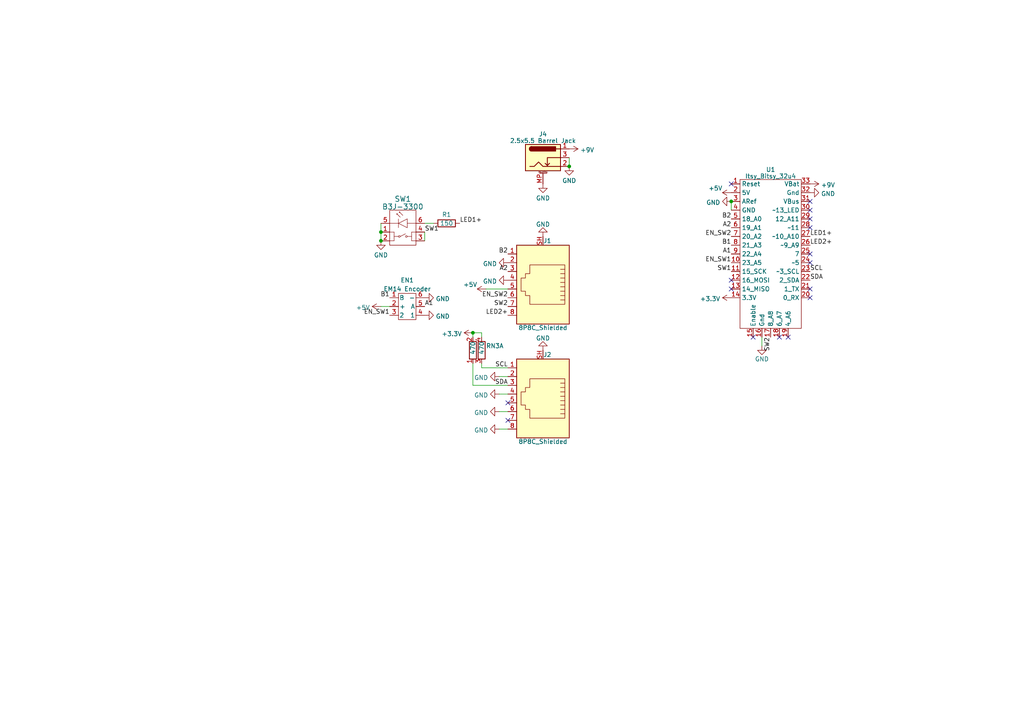
<source format=kicad_sch>
(kicad_sch (version 20230121) (generator eeschema)
  (paper "A4")
  (lib_symbols
    (symbol "Connector:8P8C_Shielded" (pin_names (offset 1.016))
      (property "Reference" "J" (at -5.08 13.97 0))
      (property "Value" "8P8C_Shielded" (at 2.54 13.97 0))
      (symbol "8P8C_Shielded_0_1"
        (polyline (pts (xy -5.08 4.445) (xy -6.35 4.445)))
        (polyline (pts (xy -5.08 5.715) (xy -6.35 5.715)))
        (polyline (pts (xy -6.35 -3.175) (xy -5.08 -3.175) (xy -5.08 -3.175)))
        (polyline (pts (xy -6.35 -1.905) (xy -5.08 -1.905) (xy -5.08 -1.905)))
        (polyline (pts (xy -6.35 -0.635) (xy -5.08 -0.635) (xy -5.08 -0.635)))
        (polyline (pts (xy -6.35 0.635) (xy -5.08 0.635) (xy -5.08 0.635)))
        (polyline (pts (xy -6.35 1.905) (xy -5.08 1.905) (xy -5.08 1.905)))
        (polyline (pts (xy -5.08 3.175) (xy -6.35 3.175) (xy -6.35 3.175)))
        (polyline (pts (xy -6.35 -4.445) (xy -6.35 6.985) (xy 3.81 6.985) (xy 3.81 4.445) (xy 5.08 4.445) (xy 5.08 3.175) (xy 6.35 3.175) (xy 6.35 -0.635) (xy 5.08 -0.635) (xy 5.08 -1.905) (xy 3.81 -1.905) (xy 3.81 -4.445) (xy -6.35 -4.445) (xy -6.35 -4.445)))
        (rectangle (start 7.62 12.7) (end -7.62 -10.16) (stroke (width 0.254)) (fill (type background)))
      )
      (symbol "8P8C_Shielded_1_1"
        (pin passive line (at 10.16 -7.62 180) (length 2.54) (name "~") (number "1"))
        (pin passive line (at 10.16 -5.08 180) (length 2.54) (name "~") (number "2"))
        (pin passive line (at 10.16 -2.54 180) (length 2.54) (name "~") (number "3"))
        (pin passive line (at 10.16 0 180) (length 2.54) (name "~") (number "4"))
        (pin passive line (at 10.16 2.54 180) (length 2.54) (name "~") (number "5"))
        (pin passive line (at 10.16 5.08 180) (length 2.54) (name "~") (number "6"))
        (pin passive line (at 10.16 7.62 180) (length 2.54) (name "~") (number "7"))
        (pin passive line (at 10.16 10.16 180) (length 2.54) (name "~") (number "8"))
        (pin passive line (at 0 -12.7 90) (length 2.54) (name "~") (number "SH"))
      )
    )
    (symbol "Connector:Barrel_Jack_Switch_MountingPin" (pin_names hide)
      (property "Reference" "J" (at 0 5.334 0))
      (property "Value" "Barrel_Jack_Switch_MountingPin" (at 1.27 -6.35 0))
      (symbol "Barrel_Jack_Switch_MountingPin_0_1"
        (rectangle (start -5.08 3.81) (end 5.08 -3.81) (stroke (width 0.254)) (fill (type background)))
        (arc (start -3.302 3.175) (mid -3.9343 2.54) (end -3.302 1.905) (stroke (width 0.254)))
        (arc (start -3.302 3.175) (mid -3.9343 2.54) (end -3.302 1.905) (stroke (width 0.254)) (fill (type outline)))
        (polyline (pts (xy 1.27 -2.286) (xy 1.905 -1.651)) (stroke (width 0.254)))
        (polyline (pts (xy 5.08 2.54) (xy 3.81 2.54)) (stroke (width 0.254)))
        (polyline (pts (xy 5.08 0) (xy 1.27 0) (xy 1.27 -2.286) (xy 0.635 -1.651)) (stroke (width 0.254)))
        (polyline (pts (xy -3.81 -2.54) (xy -2.54 -2.54) (xy -1.27 -1.27) (xy 0 -2.54) (xy 2.54 -2.54) (xy 5.08 -2.54)) (stroke (width 0.254)))
        (rectangle (start 3.683 3.175) (end -3.302 1.905) (stroke (width 0.254)) (fill (type outline)))
      )
      (symbol "Barrel_Jack_Switch_MountingPin_1_1"
        (polyline (pts (xy -1.016 -4.572) (xy 1.016 -4.572)) (stroke (width 0.1524)))
        (text "Mounting" (at 0 -4.191 0) (effects (font (size 0.381 0.381))))
        (pin passive line (at 7.62 2.54 180) (length 2.54) (name "~") (number "1"))
        (pin passive line (at 7.62 -2.54 180) (length 2.54) (name "~") (number "2"))
        (pin passive line (at 7.62 0 180) (length 2.54) (name "~") (number "3"))
        (pin passive line (at 0 -7.62 90) (length 3.048) (name "MountPin") (number "MP"))
      )
    )
    (symbol "Custom:B3J-2200" (pin_names (offset 0.254))
      (property "Reference" "U" (at 20.32 10.16 0))
      (property "Value" "B3J-2200" (at 20.32 7.62 0))
      (symbol "B3J-2200_0_1"
        (polyline (pts (xy 16.51 -2.54) (xy 17.78 -2.54)) (stroke (width 0.127)))
        (polyline (pts (xy 16.51 0) (xy 19.05 0)) (stroke (width 0.127)))
        (polyline (pts (xy 17.78 -5.08) (xy 16.51 -5.08)) (stroke (width 0.127)))
        (polyline (pts (xy 17.78 -3.81) (xy 19.05 -3.81)) (stroke (width 0.127)))
        (polyline (pts (xy 17.78 -2.54) (xy 17.78 -5.08)) (stroke (width 0.127)))
        (polyline (pts (xy 18.542 2.794) (xy 18.542 2.54)) (stroke (width 0.127)))
        (polyline (pts (xy 18.542 2.794) (xy 18.796 2.794)) (stroke (width 0.127)))
        (polyline (pts (xy 19.05 0) (xy 21.59 1.27)) (stroke (width 0.127)))
        (polyline (pts (xy 19.05 1.27) (xy 19.05 -1.27)) (stroke (width 0.127)))
        (polyline (pts (xy 19.304 3.302) (xy 19.304 3.048)) (stroke (width 0.127)))
        (polyline (pts (xy 19.304 3.302) (xy 19.558 3.302)) (stroke (width 0.127)))
        (polyline (pts (xy 19.558 -3.81) (xy 21.082 -3.048)) (stroke (width 0.127)))
        (polyline (pts (xy 19.558 1.778) (xy 18.542 2.794)) (stroke (width 0.127)))
        (polyline (pts (xy 20.32 2.286) (xy 19.304 3.302)) (stroke (width 0.127)))
        (polyline (pts (xy 21.59 -3.81) (xy 22.86 -3.81)) (stroke (width 0.127)))
        (polyline (pts (xy 21.59 -1.27) (xy 19.05 0)) (stroke (width 0.127)))
        (polyline (pts (xy 21.59 0) (xy 24.13 0)) (stroke (width 0.127)))
        (polyline (pts (xy 21.59 1.27) (xy 21.59 -1.27)) (stroke (width 0.127)))
        (polyline (pts (xy 22.86 -5.08) (xy 22.86 -2.54)) (stroke (width 0.127)))
        (polyline (pts (xy 22.86 -5.08) (xy 24.13 -5.08)) (stroke (width 0.127)))
        (polyline (pts (xy 22.86 -2.54) (xy 24.13 -2.54)) (stroke (width 0.127)))
        (circle (center 19.304 -3.81) (radius 0.254) (stroke (width 0.127)))
        (circle (center 21.336 -3.81) (radius 0.254) (stroke (width 0.127)))
      )
      (symbol "B3J-2200_1_1"
        (rectangle (start 16.51 3.81) (end 24.13 -6.35))
        (pin unspecified line (at 13.97 -2.54 0) (length 2.54) (name "") (number "1"))
        (pin unspecified line (at 13.97 -5.08 0) (length 2.54) (name "") (number "2"))
        (pin unspecified line (at 26.67 -5.08 180) (length 2.54) (name "") (number "3"))
        (pin unspecified line (at 26.67 -2.54 180) (length 2.54) (name "") (number "4"))
        (pin unspecified line (at 13.97 0 0) (length 2.54) (name "") (number "5"))
        (pin unspecified line (at 26.67 0 180) (length 2.54) (name "") (number "6"))
      )
    )
    (symbol "Custom:EM14_Encoder" (pin_names (offset 0.254))
      (property "Reference" "SW" (at 0 0 0))
      (symbol "EM14_Encoder_0_1"
        (rectangle (start -2.54 -1.27) (end 2.54 -8.89))
      )
      (symbol "EM14_Encoder_1_1"
        (pin input line (at -5.08 -2.54 0) (length 2.54) (name "B") (number "1"))
        (pin input line (at -5.08 -5.08 0) (length 2.54) (name "+") (number "2"))
        (pin input line (at -5.08 -7.62 0) (length 2.54) (name "2") (number "3"))
        (pin input line (at 5.08 -7.62 180) (length 2.54) (name "1") (number "4"))
        (pin input line (at 5.08 -5.08 180) (length 2.54) (name "A") (number "5"))
        (pin input line (at 5.08 -2.54 180) (length 2.54) (name "-") (number "6"))
      )
    )
    (symbol "Device:R" (pin_numbers hide) (pin_names (offset 0))
      (property "Reference" "R" (at 2.032 0 90))
      (property "Value" "R" (at 0 0 90))
      (symbol "R_0_1"
        (rectangle (start -1.016 -2.54) (end 1.016 2.54) (stroke (width 0.254)))
      )
      (symbol "R_1_1"
        (pin passive line (at 0 3.81 270) (length 1.27) (name "~") (number "1"))
        (pin passive line (at 0 -3.81 90) (length 1.27) (name "~") (number "2"))
      )
    )
    (symbol "Device:R_Pack02_SIP_Split" (pin_names (offset 0) hide)
      (property "Reference" "RN" (at 2.032 0 90))
      (property "Value" "R_Pack02_SIP_Split" (at 0 0 90))
      (symbol "R_Pack02_SIP_Split_0_1"
        (rectangle (start 1.016 2.54) (end -1.016 -2.54) (stroke (width 0.254)))
      )
      (symbol "R_Pack02_SIP_Split_1_1"
        (pin passive line (at 0 -3.81 90) (length 1.27) (name "R1.1") (number "1"))
        (pin passive line (at 0 3.81 270) (length 1.27) (name "R1.2") (number "2"))
      )
      (symbol "R_Pack02_SIP_Split_2_1"
        (pin passive line (at 0 -3.81 90) (length 1.27) (name "R2.1") (number "3"))
        (pin passive line (at 0 3.81 270) (length 1.27) (name "R2.2") (number "4"))
      )
    )
    (symbol "custom:Itsy_Bitsy_32u4"
      (property "Reference" "U" (at 10.16 5.08 0))
      (property "Value" "Itsy_Bitsy_32u4" (at 11.43 2.54 0))
      (symbol "Itsy_Bitsy_32u4_0_0"
        (pin input line (at 0 0 0) (length 2.54) (name "Reset") (number "1"))
        (pin input line (at 0 -22.86 0) (length 2.54) (name "23_A5") (number "10"))
        (pin input line (at 0 -25.4 0) (length 2.54) (name "15_SCK") (number "11"))
        (pin input line (at 0 -27.94 0) (length 2.54) (name "16_MOSI") (number "12"))
        (pin input line (at 0 -30.48 0) (length 2.54) (name "14_MISO") (number "13"))
        (pin input line (at 0 -33.02 0) (length 2.54) (name "3.3V") (number "14"))
        (pin input line (at 6.35 -44.45 90) (length 2.54) (name "Enable") (number "15"))
        (pin power_in line (at 8.89 -44.45 90) (length 2.54) (name "Gnd") (number "16"))
        (pin input line (at 11.43 -44.45 90) (length 2.54) (name "8_A8") (number "17"))
        (pin input line (at 13.97 -44.45 90) (length 2.54) (name "6_A7") (number "18"))
        (pin input line (at 16.51 -44.45 90) (length 2.54) (name "4_A6") (number "19"))
        (pin power_in line (at 0 -2.54 0) (length 2.54) (name "5V") (number "2"))
        (pin input line (at 22.86 -33.02 180) (length 2.54) (name "0_RX") (number "20"))
        (pin input line (at 22.86 -30.48 180) (length 2.54) (name "1_TX") (number "21"))
        (pin input line (at 22.86 -27.94 180) (length 2.54) (name "2_SDA") (number "22"))
        (pin input line (at 22.86 -25.4 180) (length 2.54) (name "~3_SCL") (number "23"))
        (pin input line (at 22.86 -22.86 180) (length 2.54) (name "~5") (number "24"))
        (pin input line (at 22.86 -20.32 180) (length 2.54) (name "7") (number "25"))
        (pin input line (at 22.86 -17.78 180) (length 2.54) (name "~9_A9") (number "26"))
        (pin input line (at 22.86 -15.24 180) (length 2.54) (name "~10_A10") (number "27"))
        (pin input line (at 22.86 -12.7 180) (length 2.54) (name "~11") (number "28"))
        (pin input line (at 22.86 -10.16 180) (length 2.54) (name "12_A11") (number "29"))
        (pin input line (at 0 -5.08 0) (length 2.54) (name "ARef") (number "3"))
        (pin input line (at 22.86 -7.62 180) (length 2.54) (name "~13_LED") (number "30"))
        (pin power_in line (at 22.86 -5.08 180) (length 2.54) (name "VBus") (number "31"))
        (pin power_in line (at 22.86 -2.54 180) (length 2.54) (name "Gnd") (number "32"))
        (pin power_in line (at 22.86 0 180) (length 2.54) (name "VBat") (number "33"))
        (pin power_in line (at 0 -7.62 0) (length 2.54) (name "GND") (number "4"))
        (pin input line (at 0 -10.16 0) (length 2.54) (name "18_A0") (number "5"))
        (pin input line (at 0 -12.7 0) (length 2.54) (name "19_A1") (number "6"))
        (pin input line (at 0 -15.24 0) (length 2.54) (name "20_A2") (number "7"))
        (pin input line (at 0 -17.78 0) (length 2.54) (name "21_A3") (number "8"))
        (pin input line (at 0 -20.32 0) (length 2.54) (name "22_A4") (number "9"))
      )
      (symbol "Itsy_Bitsy_32u4_0_1"
        (rectangle (start 2.54 1.27) (end 20.32 -41.91))
      )
    )
    (symbol "power:+3.3V" (power) (pin_names (offset 0))
      (property "Value" "+3.3V" (at 0 3.556 0))
      (symbol "+3.3V_0_1"
        (polyline (pts (xy -0.762 1.27) (xy 0 2.54)))
        (polyline (pts (xy 0 0) (xy 0 2.54)))
        (polyline (pts (xy 0 2.54) (xy 0.762 1.27)))
      )
      (symbol "+3.3V_1_1"
        (pin power_in line (at 0 0 90) (length 0) hide (name "+3.3V") (number "1"))
      )
    )
    (symbol "power:+5V" (power) (pin_names (offset 0))
      (property "Value" "+5V" (at 0 3.556 0))
      (symbol "+5V_0_1"
        (polyline (pts (xy -0.762 1.27) (xy 0 2.54)))
        (polyline (pts (xy 0 0) (xy 0 2.54)))
        (polyline (pts (xy 0 2.54) (xy 0.762 1.27)))
      )
      (symbol "+5V_1_1"
        (pin power_in line (at 0 0 90) (length 0) hide (name "+5V") (number "1"))
      )
    )
    (symbol "power:+9V" (power) (pin_names (offset 0))
      (property "Value" "+9V" (at 0 3.556 0))
      (symbol "+9V_0_1"
        (polyline (pts (xy -0.762 1.27) (xy 0 2.54)))
        (polyline (pts (xy 0 0) (xy 0 2.54)))
        (polyline (pts (xy 0 2.54) (xy 0.762 1.27)))
      )
      (symbol "+9V_1_1"
        (pin power_in line (at 0 0 90) (length 0) hide (name "+9V") (number "1"))
      )
    )
    (symbol "power:GND" (power) (pin_names (offset 0))
      (property "Value" "GND" (at 0 -3.81 0))
      (symbol "GND_0_1"
        (polyline (pts (xy 0 0) (xy 0 -1.27) (xy 1.27 -1.27) (xy 0 -2.54) (xy -1.27 -1.27) (xy 0 -1.27)))
      )
      (symbol "GND_1_1"
        (pin power_in line (at 0 0 270) (length 0) hide (name "GND") (number "1"))
      )
    )
  )
  (junction (at 110.49 67.31))
  (junction (at 212.09 58.42))
  (junction (at 165.1 48.26))
  (junction (at 110.49 69.85))
  (junction (at 137.16 96.52))
  (no_connect (at 234.95 86.36))
  (no_connect (at 226.06 97.79))
  (no_connect (at 234.95 66.04))
  (no_connect (at 147.32 116.84))
  (no_connect (at 234.95 73.66))
  (no_connect (at 212.09 83.82))
  (no_connect (at 147.32 121.92))
  (no_connect (at 234.95 83.82))
  (no_connect (at 228.6 97.79))
  (no_connect (at 234.95 63.5))
  (no_connect (at 234.95 60.96))
  (no_connect (at 212.09 81.28))
  (no_connect (at 234.95 76.2))
  (no_connect (at 212.09 53.34))
  (no_connect (at 218.44 97.79))
  (no_connect (at 234.95 58.42))
  (wire (pts (xy 137.16 105.41) (xy 137.16 111.76)))
  (wire (pts (xy 212.09 58.42) (xy 212.09 60.96)))
  (wire (pts (xy 137.16 96.52) (xy 139.7 96.52)))
  (wire (pts (xy 140.97 83.82) (xy 147.32 83.82)))
  (wire (pts (xy 123.19 64.77) (xy 125.73 64.77)))
  (wire (pts (xy 110.49 67.31) (xy 110.49 69.85)))
  (wire (pts (xy 137.16 96.52) (xy 137.16 97.79)))
  (wire (pts (xy 123.19 67.31) (xy 123.19 69.85)))
  (wire (pts (xy 144.78 119.38) (xy 147.32 119.38)))
  (wire (pts (xy 144.78 114.3) (xy 147.32 114.3)))
  (wire (pts (xy 144.78 109.22) (xy 147.32 109.22)))
  (wire (pts (xy 220.98 97.79) (xy 220.98 100.33)))
  (wire (pts (xy 139.7 105.41) (xy 139.7 106.68)))
  (wire (pts (xy 144.78 124.46) (xy 147.32 124.46)))
  (wire (pts (xy 110.49 64.77) (xy 110.49 67.31)))
  (wire (pts (xy 147.32 111.76) (xy 137.16 111.76)))
  (wire (pts (xy 110.49 88.9) (xy 113.03 88.9)))
  (wire (pts (xy 139.7 106.68) (xy 147.32 106.68)))
  (wire (pts (xy 139.7 96.52) (xy 139.7 97.79)))
  (wire (pts (xy 165.1 45.72) (xy 165.1 48.26)))
  (label "EN_SW1" (at 113.03 91.44 180))
  (label "SCL" (at 234.95 78.74 0))
  (label "SCL" (at 147.32 106.68 180))
  (label "LED1+" (at 133.35 64.77 0))
  (label "A2" (at 212.09 66.04 180))
  (label "A1" (at 212.09 73.66 180))
  (label "LED1+" (at 234.95 68.58 0))
  (label "B1" (at 113.03 86.36 180))
  (label "LED2+" (at 234.95 71.12 0))
  (label "SW1" (at 123.19 67.31 0))
  (label "SDA" (at 147.32 111.76 180))
  (label "A1" (at 123.19 88.9 0))
  (label "A2" (at 147.32 78.74 180))
  (label "B2" (at 147.32 73.66 180))
  (label "SW2" (at 147.32 88.9 180))
  (label "SW1" (at 212.09 78.74 180))
  (label "B2" (at 212.09 63.5 180))
  (label "B1" (at 212.09 71.12 180))
  (label "SW2" (at 223.52 97.79 270))
  (label "EN_SW2" (at 147.32 86.36 180))
  (label "SDA" (at 234.95 81.28 0))
  (label "LED2+" (at 147.32 91.44 180))
  (label "EN_SW2" (at 212.09 68.58 180))
  (label "EN_SW1" (at 212.09 76.2 180))
  (symbol (lib_id "power:+5V") (at 212.09 55.88 90) (unit 1)
    (property "Reference" "#PWR08" (effects hide))
    (property "Value" "+5V" (at 209.55 54.61 90) (effects (justify left)))
  )
  (symbol (lib_id "power:GND") (at 157.48 68.58 180) (unit 1)
    (property "Reference" "#PWR021" (effects hide))
    (property "Value" "GND" (at 157.48 65.0781 0))
  )
  (symbol (lib_id "Connector:8P8C_Shielded") (at 157.48 81.28 180) (unit 1)
    (property "Reference" "J1" (at 158.75 69.85 0))
    (property "Value" "8P8C_Shielded" (at 157.48 95.0689 0))
    (property "Footprint" "Custom footprints:ASSMANN_A-2004-2-4-LPS-N-R" (effects hide))
    (property "Datasheet" "https://www.assmann-wsw.com/uploads/datasheets/ASS_7323_CO.PDF" (effects hide))
    (property "Manufacturer" "Assmann WSW Components" (effects hide))
    (property "Part" "A-2004-2-4-LPS-N-R" (effects hide))
  )
  (symbol (lib_id "power:GND") (at 144.78 119.38 270) (unit 1)
    (property "Reference" "#PWR014" (effects hide))
    (property "Value" "GND" (at 141.6051 119.6968 90) (effects (justify right)))
  )
  (symbol (lib_id "power:+3.3V") (at 137.16 96.52 90) (unit 1)
    (property "Reference" "#PWR017" (effects hide))
    (property "Value" "+3.3V" (at 133.985 96.8368 90) (effects (justify left)))
  )
  (symbol (lib_id "power:GND") (at 110.49 69.85 0) (unit 1)
    (property "Reference" "#PWR07" (effects hide))
    (property "Value" "GND" (at 110.49 73.9855 0))
  )
  (symbol (lib_id "Connector:Barrel_Jack_Switch_MountingPin") (at 157.48 45.72 0) (unit 1)
    (property "Reference" "J4" (at 157.48 38.9001 0))
    (property "Value" "2.5x5.5 Barrel Jack" (at 157.48 40.8211 0))
    (property "Footprint" "Custom footprints:TENSILITY_54-00128-DC Jack" (effects hide))
    (property "Datasheet" "http://tensility.com/pdffiles/54-00128.pdf" (effects hide))
    (property "Manufacturer" "Tensility International Corp" (effects hide))
    (property "Part" "54-00128" (effects hide))
  )
  (symbol (lib_id "power:+5V") (at 110.49 88.9 90) (unit 1)
    (property "Reference" "#PWR01" (effects hide))
    (property "Value" "+5V" (at 107.3151 89.2168 90) (effects (justify left)))
  )
  (symbol (lib_id "Device:R") (at 129.54 64.77 90) (unit 1)
    (property "Reference" "R1" (at 129.54 62.23 90))
    (property "Value" "150" (at 129.54 64.77 90))
    (property "Footprint" "Resistor_THT:R_Axial_DIN0207_L6.3mm_D2.5mm_P7.62mm_Horizontal" (effects hide))
    (property "Datasheet" "https://www.te.com/usa-en/product-1622321-1.datasheet.pdf" (effects hide))
    (property "Manufacturer" "TE Connectivity Passive Product" (effects hide))
    (property "Part" "LR1F150R" (effects hide))
  )
  (symbol (lib_id "power:GND") (at 147.32 76.2 270) (unit 1)
    (property "Reference" "#PWR06" (effects hide))
    (property "Value" "GND" (at 144.1451 76.5168 90) (effects (justify right)))
  )
  (symbol (lib_id "power:+9V") (at 165.1 43.18 270) (unit 1)
    (property "Reference" "#PWR018" (effects hide))
    (property "Value" "+9V" (at 168.275 43.4968 90) (effects (justify left)))
  )
  (symbol (lib_id "power:GND") (at 165.1 48.26 0) (unit 1)
    (property "Reference" "#PWR020" (effects hide))
    (property "Value" "GND" (at 165.1 52.3955 0))
  )
  (symbol (lib_id "power:GND") (at 212.09 58.42 270) (unit 1)
    (property "Reference" "#PWR09" (effects hide))
    (property "Value" "GND" (at 208.9151 58.7368 90) (effects (justify right)))
  )
  (symbol (lib_id "power:+5V") (at 140.97 83.82 90) (unit 1)
    (property "Reference" "#PWR03" (effects hide))
    (property "Value" "+5V" (at 138.43 82.55 90) (effects (justify left)))
  )
  (symbol (lib_id "custom:Itsy_Bitsy_32u4") (at 212.09 53.34 0) (unit 1)
    (property "Reference" "U1" (at 223.52 49.1871 0))
    (property "Value" "Itsy_Bitsy_32u4" (at 223.52 51.1081 0))
    (property "Footprint" "Custom footprints:Itsy Bitsy 32u4" (effects hide))
    (property "Datasheet" "https://cdn-learn.adafruit.com/downloads/pdf/introducting-itsy-bitsy-32u4.pdf" (effects hide))
    (property "Manufacturer" "Adafruit, Samtec, Sullins" (effects hide))
    (property "Part" "1x Itsy Bitsy - 3677, 1x SSW-105-01-T-S, 2x SSW-114-01-T-S, 1x PRPC040SAAN-RC" (effects hide))
  )
  (symbol (lib_id "Device:R_Pack02_SIP_Split") (at 137.16 101.6 0) (unit 1)
    (property "Reference" "RN3" (at 140.97 100.33 0) (effects (justify left)))
    (property "Value" "470" (at 137.16 102.87 90) (effects (justify left)))
    (property "Footprint" "Resistor_THT:R_Array_SIP4" (effects hide))
    (property "Datasheet" "https://www.bourns.com/docs/Product-Datasheets/4600x.pdf" (effects hide))
    (property "Manufacturer" "Bourns Inc." (effects hide))
    (property "Part" "4604X-102-471LF" (effects hide))
  )
  (symbol (lib_id "Custom:EM14_Encoder") (at 118.11 83.82 0) (unit 1)
    (property "Reference" "EN1" (at 118.11 81.28 0))
    (property "Value" "EM14 Encoder" (at 118.11 83.82 0))
    (property "Footprint" "Custom footprints:EM14R0B-M25-L064S" (effects hide))
    (property "Datasheet" "https://www.bourns.com/docs/Product-Datasheets/em14.pdf" (effects hide))
    (property "Manufacturer" "Bourns Inc." (effects hide))
    (property "Part" "EM14R0B-M25-L064S" (effects hide))
  )
  (symbol (lib_id "power:GND") (at 157.48 53.34 0) (unit 1)
    (property "Reference" "#PWR019" (effects hide))
    (property "Value" "GND" (at 157.48 57.4755 0))
  )
  (symbol (lib_id "power:GND") (at 123.19 91.44 90) (unit 1)
    (property "Reference" "#PWR04" (effects hide))
    (property "Value" "GND" (at 126.365 91.7568 90) (effects (justify right)))
  )
  (symbol (lib_id "power:GND") (at 144.78 124.46 270) (unit 1)
    (property "Reference" "#PWR015" (effects hide))
    (property "Value" "GND" (at 141.6051 124.7768 90) (effects (justify right)))
  )
  (symbol (lib_id "power:GND") (at 144.78 109.22 270) (unit 1)
    (property "Reference" "#PWR012" (effects hide))
    (property "Value" "GND" (at 141.6051 109.5368 90) (effects (justify right)))
  )
  (symbol (lib_id "power:GND") (at 234.95 55.88 90) (unit 1)
    (property "Reference" "#PWR011" (effects hide))
    (property "Value" "GND" (at 238.125 56.1968 90) (effects (justify right)))
  )
  (symbol (lib_id "Connector:8P8C_Shielded") (at 157.48 114.3 180) (unit 1)
    (property "Reference" "J2" (at 158.75 102.87 0))
    (property "Value" "8P8C_Shielded" (at 157.48 128.0889 0))
    (property "Footprint" "Custom footprints:ASSMANN_A-2004-2-4-LPS-N-R" (effects hide))
    (property "Datasheet" "https://www.assmann-wsw.com/uploads/datasheets/ASS_7323_CO.PDF" (effects hide))
    (property "Manufacturer" "Assmann WSW Components" (effects hide))
    (property "Part" "A-2004-2-4-LPS-N-R" (effects hide))
  )
  (symbol (lib_id "Custom:B3J-2200") (at 96.52 64.77 0) (unit 1)
    (property "Reference" "SW1" (at 116.84 57.7039 0) (effects (font (size 1.524 1.524))))
    (property "Value" "B3J-3300" (at 116.84 59.9581 0) (effects (font (size 1.524 1.524))))
    (property "Footprint" "Custom footprints:B3J-3300" (effects hide))
    (property "Datasheet" "https://omronfs.omron.com/en_US/ecb/products/pdf/en-b3j.pdf" (effects hide))
    (property "Manufacturer" "Omron Electronics Inc-EMC Div" (effects hide))
    (property "Part" "B3J-3300" (effects hide))
  )
  (symbol (lib_id "power:GND") (at 144.78 114.3 270) (unit 1)
    (property "Reference" "#PWR013" (effects hide))
    (property "Value" "GND" (at 141.6051 114.6168 90) (effects (justify right)))
  )
  (symbol (lib_id "power:GND") (at 147.32 81.28 270) (unit 1)
    (property "Reference" "#PWR05" (effects hide))
    (property "Value" "GND" (at 144.1451 81.5968 90) (effects (justify right)))
  )
  (symbol (lib_id "power:GND") (at 220.98 100.33 0) (unit 1)
    (property "Reference" "#PWR010" (effects hide))
    (property "Value" "GND" (at 220.98 104.14 0))
  )
  (symbol (lib_id "power:+9V") (at 234.95 53.34 270) (unit 1)
    (property "Reference" "#PWR023" (effects hide))
    (property "Value" "+9V" (at 238.125 53.6568 90) (effects (justify left)))
  )
  (symbol (lib_id "Device:R_Pack02_SIP_Split") (at 139.7 101.6 0) (unit 2)
    (property "Reference" "RN3" (effects hide))
    (property "Value" "470" (at 139.7 102.87 90) (effects (justify left)))
    (property "Footprint" "Resistor_THT:R_Array_SIP4" (effects hide))
    (property "Datasheet" "https://www.bourns.com/docs/Product-Datasheets/4600x.pdf" (effects hide))
    (property "Manufacturer" "Bourns Inc." (effects hide))
    (property "Part" "4604X-102-471LF" (effects hide))
  )
  (symbol (lib_id "power:+3.3V") (at 212.09 86.36 90) (unit 1)
    (property "Reference" "#PWR016" (effects hide))
    (property "Value" "+3.3V" (at 208.915 86.6768 90) (effects (justify left)))
  )
  (symbol (lib_id "power:GND") (at 123.19 86.36 90) (unit 1)
    (property "Reference" "#PWR02" (effects hide))
    (property "Value" "GND" (at 126.365 86.6768 90) (effects (justify right)))
  )
  (symbol (lib_id "power:GND") (at 157.48 101.6 180) (unit 1)
    (property "Reference" "#PWR022" (effects hide))
    (property "Value" "GND" (at 157.48 98.0981 0))
  )
)
</source>
